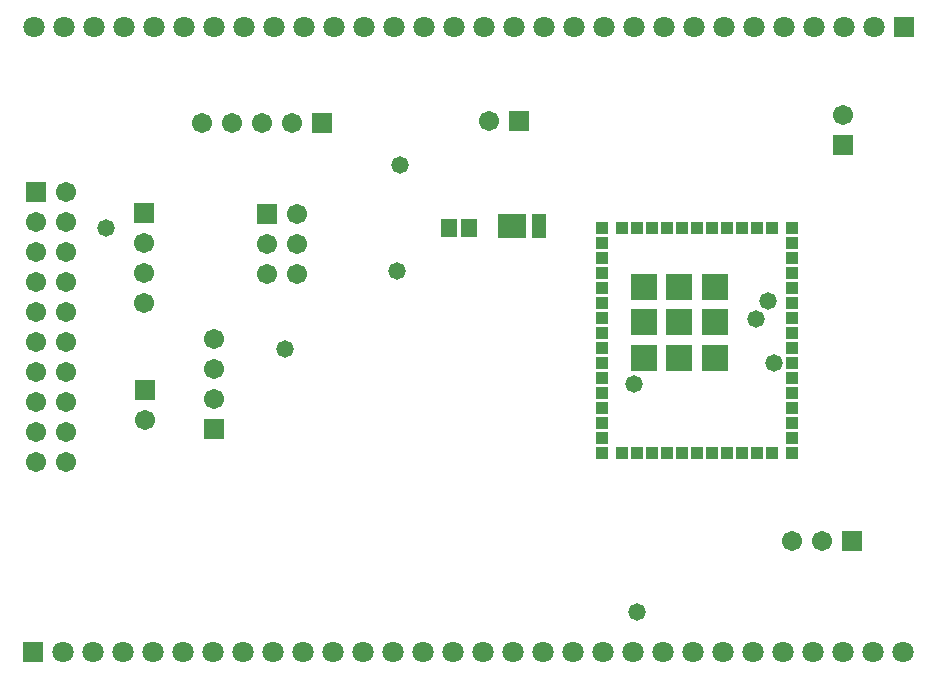
<source format=gts>
G04*
G04 #@! TF.GenerationSoftware,Altium Limited,Altium Designer,20.1.11 (218)*
G04*
G04 Layer_Color=8388736*
%FSLAX25Y25*%
%MOIN*%
G70*
G04*
G04 #@! TF.SameCoordinates,3E3CE198-1D4E-4C69-B1C9-FC2CBC885D2D*
G04*
G04*
G04 #@! TF.FilePolarity,Negative*
G04*
G01*
G75*
%ADD16R,0.03989X0.03989*%
%ADD17R,0.08674X0.08674*%
%ADD18R,0.05328X0.06115*%
%ADD19R,0.05131X0.07887*%
%ADD20R,0.09461X0.07887*%
%ADD21R,0.07099X0.07099*%
%ADD22C,0.07099*%
%ADD23C,0.06706*%
%ADD24R,0.06706X0.06706*%
%ADD25R,0.06706X0.06706*%
%ADD26C,0.05800*%
D16*
X472114Y360000D02*
D03*
Y355000D02*
D03*
Y350000D02*
D03*
Y345000D02*
D03*
Y340000D02*
D03*
Y335000D02*
D03*
Y330000D02*
D03*
Y325000D02*
D03*
Y320000D02*
D03*
Y315000D02*
D03*
Y310000D02*
D03*
Y305000D02*
D03*
Y300000D02*
D03*
Y295000D02*
D03*
Y290000D02*
D03*
Y285000D02*
D03*
X478807D02*
D03*
X483807D02*
D03*
X488807D02*
D03*
X493807D02*
D03*
X498807D02*
D03*
X503807D02*
D03*
X508807D02*
D03*
X513807D02*
D03*
X518807D02*
D03*
X523807D02*
D03*
X528807D02*
D03*
X535500D02*
D03*
Y290000D02*
D03*
Y295000D02*
D03*
Y300000D02*
D03*
Y305000D02*
D03*
Y310000D02*
D03*
Y315000D02*
D03*
Y320000D02*
D03*
Y325000D02*
D03*
Y330000D02*
D03*
Y335000D02*
D03*
Y340000D02*
D03*
Y345000D02*
D03*
Y350000D02*
D03*
Y355000D02*
D03*
Y360000D02*
D03*
X528807Y359996D02*
D03*
X523807D02*
D03*
X518807D02*
D03*
X513807D02*
D03*
X508807D02*
D03*
X503807D02*
D03*
X498807D02*
D03*
X493807D02*
D03*
X488807D02*
D03*
X483807D02*
D03*
X478807D02*
D03*
D17*
X486091Y340216D02*
D03*
Y328405D02*
D03*
Y316595D02*
D03*
X497902Y340216D02*
D03*
Y328405D02*
D03*
Y316595D02*
D03*
X509713Y340216D02*
D03*
Y328405D02*
D03*
Y316595D02*
D03*
D18*
X427945Y360000D02*
D03*
X421055D02*
D03*
D19*
X451029Y360500D02*
D03*
D20*
X442211D02*
D03*
D21*
X573000Y427000D02*
D03*
X282500Y218500D02*
D03*
D22*
X563000Y427000D02*
D03*
X553000D02*
D03*
X543000D02*
D03*
X533000D02*
D03*
X523000D02*
D03*
X513000D02*
D03*
X503000D02*
D03*
X493000D02*
D03*
X483000D02*
D03*
X473000D02*
D03*
X463000D02*
D03*
X453000D02*
D03*
X443000D02*
D03*
X433000D02*
D03*
X423000D02*
D03*
X413000D02*
D03*
X403000D02*
D03*
X393000D02*
D03*
X383000D02*
D03*
X373000D02*
D03*
X363000D02*
D03*
X353000D02*
D03*
X343000D02*
D03*
X333000D02*
D03*
X323000D02*
D03*
X313000D02*
D03*
X303000D02*
D03*
X293000D02*
D03*
X283000D02*
D03*
X572500Y218500D02*
D03*
X562500D02*
D03*
X552500D02*
D03*
X542500D02*
D03*
X532500D02*
D03*
X522500D02*
D03*
X512500D02*
D03*
X502500D02*
D03*
X492500D02*
D03*
X482500D02*
D03*
X472500D02*
D03*
X462500D02*
D03*
X452500D02*
D03*
X442500D02*
D03*
X432500D02*
D03*
X422500D02*
D03*
X412500D02*
D03*
X402500D02*
D03*
X392500D02*
D03*
X382500D02*
D03*
X372500D02*
D03*
X362500D02*
D03*
X352500D02*
D03*
X342500D02*
D03*
X332500D02*
D03*
X322500D02*
D03*
X312500D02*
D03*
X302500D02*
D03*
X292500D02*
D03*
D23*
X320000Y296000D02*
D03*
X319500Y355000D02*
D03*
Y345000D02*
D03*
Y335000D02*
D03*
X369000Y395000D02*
D03*
X359000D02*
D03*
X349000D02*
D03*
X339000D02*
D03*
X370500Y344500D02*
D03*
X360500D02*
D03*
X370500Y354500D02*
D03*
X360500D02*
D03*
X370500Y364500D02*
D03*
X552500Y397500D02*
D03*
X343000Y303000D02*
D03*
Y313000D02*
D03*
Y323000D02*
D03*
X293500Y372000D02*
D03*
X283500Y362000D02*
D03*
X293500D02*
D03*
X283500Y352000D02*
D03*
X293500D02*
D03*
X283500Y342000D02*
D03*
X293500D02*
D03*
X283500Y332000D02*
D03*
X293500D02*
D03*
X283500Y322000D02*
D03*
X293500D02*
D03*
X283500Y312000D02*
D03*
X293500D02*
D03*
X283500Y302000D02*
D03*
X293500D02*
D03*
X283500Y292000D02*
D03*
X293500D02*
D03*
X283500Y282000D02*
D03*
X293500D02*
D03*
X545500Y255500D02*
D03*
X535500D02*
D03*
X434500Y395500D02*
D03*
D24*
X320000Y306000D02*
D03*
X319500Y365000D02*
D03*
X360500Y364500D02*
D03*
X552500Y387500D02*
D03*
X343000Y293000D02*
D03*
X283500Y372000D02*
D03*
D25*
X379000Y395000D02*
D03*
X555500Y255500D02*
D03*
X444500Y395500D02*
D03*
D26*
X529500Y315000D02*
D03*
X523500Y329500D02*
D03*
X483000Y308000D02*
D03*
X527500Y335500D02*
D03*
X404000Y345500D02*
D03*
X307000Y360000D02*
D03*
X366500Y319500D02*
D03*
X484000Y232000D02*
D03*
X405000Y381000D02*
D03*
M02*

</source>
